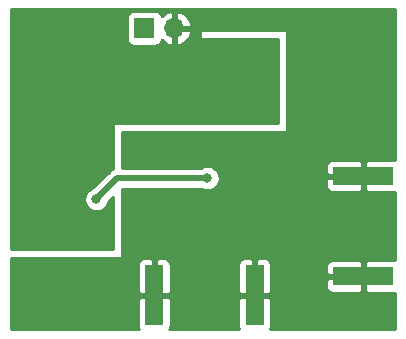
<source format=gbr>
G04 #@! TF.GenerationSoftware,KiCad,Pcbnew,(5.1.4)-1*
G04 #@! TF.CreationDate,2019-09-17T16:36:48-04:00*
G04 #@! TF.ProjectId,amplifier,616d706c-6966-4696-9572-2e6b69636164,rev?*
G04 #@! TF.SameCoordinates,Original*
G04 #@! TF.FileFunction,Copper,L2,Bot*
G04 #@! TF.FilePolarity,Positive*
%FSLAX46Y46*%
G04 Gerber Fmt 4.6, Leading zero omitted, Abs format (unit mm)*
G04 Created by KiCad (PCBNEW (5.1.4)-1) date 2019-09-17 16:36:48*
%MOMM*%
%LPD*%
G04 APERTURE LIST*
%ADD10O,1.700000X1.700000*%
%ADD11R,1.700000X1.700000*%
%ADD12R,1.500000X5.080000*%
%ADD13R,5.080000X1.500000*%
%ADD14C,0.800000*%
%ADD15C,0.500000*%
%ADD16C,0.254000*%
G04 APERTURE END LIST*
D10*
X127000000Y-62230000D03*
D11*
X124460000Y-62230000D03*
D12*
X133790000Y-84836000D03*
X125290000Y-84836000D03*
D13*
X143002000Y-74744000D03*
X143002000Y-83244000D03*
D14*
X117602000Y-65786000D03*
X120396000Y-76708000D03*
X129794000Y-74930000D03*
D15*
X120396000Y-76708000D02*
X122174000Y-74930000D01*
X122174000Y-74930000D02*
X129794000Y-74930000D01*
D16*
G36*
X145644000Y-60738418D02*
G01*
X145644001Y-60738428D01*
X145644001Y-73365974D01*
X145542000Y-73355928D01*
X143287750Y-73359000D01*
X143129000Y-73517750D01*
X143129000Y-74617000D01*
X143149000Y-74617000D01*
X143149000Y-74871000D01*
X143129000Y-74871000D01*
X143129000Y-75970250D01*
X143287750Y-76129000D01*
X145542000Y-76132072D01*
X145644000Y-76122026D01*
X145644000Y-81865974D01*
X145542000Y-81855928D01*
X143287750Y-81859000D01*
X143129000Y-82017750D01*
X143129000Y-83117000D01*
X143149000Y-83117000D01*
X143149000Y-83371000D01*
X143129000Y-83371000D01*
X143129000Y-84470250D01*
X143287750Y-84629000D01*
X145542000Y-84632072D01*
X145644000Y-84622026D01*
X145644000Y-87732000D01*
X135069301Y-87732000D01*
X135070537Y-87730494D01*
X135129502Y-87620180D01*
X135165812Y-87500482D01*
X135178072Y-87376000D01*
X135175000Y-85121750D01*
X135016250Y-84963000D01*
X133917000Y-84963000D01*
X133917000Y-84983000D01*
X133663000Y-84983000D01*
X133663000Y-84963000D01*
X132563750Y-84963000D01*
X132405000Y-85121750D01*
X132401928Y-87376000D01*
X132414188Y-87500482D01*
X132450498Y-87620180D01*
X132509463Y-87730494D01*
X132510699Y-87732000D01*
X126569301Y-87732000D01*
X126570537Y-87730494D01*
X126629502Y-87620180D01*
X126665812Y-87500482D01*
X126678072Y-87376000D01*
X126675000Y-85121750D01*
X126516250Y-84963000D01*
X125417000Y-84963000D01*
X125417000Y-84983000D01*
X125163000Y-84983000D01*
X125163000Y-84963000D01*
X124063750Y-84963000D01*
X123905000Y-85121750D01*
X123901928Y-87376000D01*
X123914188Y-87500482D01*
X123950498Y-87620180D01*
X124009463Y-87730494D01*
X124010699Y-87732000D01*
X113182000Y-87732000D01*
X113182000Y-82296000D01*
X123901928Y-82296000D01*
X123905000Y-84550250D01*
X124063750Y-84709000D01*
X125163000Y-84709000D01*
X125163000Y-81819750D01*
X125417000Y-81819750D01*
X125417000Y-84709000D01*
X126516250Y-84709000D01*
X126675000Y-84550250D01*
X126678072Y-82296000D01*
X132401928Y-82296000D01*
X132405000Y-84550250D01*
X132563750Y-84709000D01*
X133663000Y-84709000D01*
X133663000Y-81819750D01*
X133917000Y-81819750D01*
X133917000Y-84709000D01*
X135016250Y-84709000D01*
X135175000Y-84550250D01*
X135175758Y-83994000D01*
X139823928Y-83994000D01*
X139836188Y-84118482D01*
X139872498Y-84238180D01*
X139931463Y-84348494D01*
X140010815Y-84445185D01*
X140107506Y-84524537D01*
X140217820Y-84583502D01*
X140337518Y-84619812D01*
X140462000Y-84632072D01*
X142716250Y-84629000D01*
X142875000Y-84470250D01*
X142875000Y-83371000D01*
X139985750Y-83371000D01*
X139827000Y-83529750D01*
X139823928Y-83994000D01*
X135175758Y-83994000D01*
X135177802Y-82494000D01*
X139823928Y-82494000D01*
X139827000Y-82958250D01*
X139985750Y-83117000D01*
X142875000Y-83117000D01*
X142875000Y-82017750D01*
X142716250Y-81859000D01*
X140462000Y-81855928D01*
X140337518Y-81868188D01*
X140217820Y-81904498D01*
X140107506Y-81963463D01*
X140010815Y-82042815D01*
X139931463Y-82139506D01*
X139872498Y-82249820D01*
X139836188Y-82369518D01*
X139823928Y-82494000D01*
X135177802Y-82494000D01*
X135178072Y-82296000D01*
X135165812Y-82171518D01*
X135129502Y-82051820D01*
X135070537Y-81941506D01*
X134991185Y-81844815D01*
X134894494Y-81765463D01*
X134784180Y-81706498D01*
X134664482Y-81670188D01*
X134540000Y-81657928D01*
X134075750Y-81661000D01*
X133917000Y-81819750D01*
X133663000Y-81819750D01*
X133504250Y-81661000D01*
X133040000Y-81657928D01*
X132915518Y-81670188D01*
X132795820Y-81706498D01*
X132685506Y-81765463D01*
X132588815Y-81844815D01*
X132509463Y-81941506D01*
X132450498Y-82051820D01*
X132414188Y-82171518D01*
X132401928Y-82296000D01*
X126678072Y-82296000D01*
X126665812Y-82171518D01*
X126629502Y-82051820D01*
X126570537Y-81941506D01*
X126491185Y-81844815D01*
X126394494Y-81765463D01*
X126284180Y-81706498D01*
X126164482Y-81670188D01*
X126040000Y-81657928D01*
X125575750Y-81661000D01*
X125417000Y-81819750D01*
X125163000Y-81819750D01*
X125004250Y-81661000D01*
X124540000Y-81657928D01*
X124415518Y-81670188D01*
X124295820Y-81706498D01*
X124185506Y-81765463D01*
X124088815Y-81844815D01*
X124009463Y-81941506D01*
X123950498Y-82051820D01*
X123914188Y-82171518D01*
X123901928Y-82296000D01*
X113182000Y-82296000D01*
X113182000Y-81661000D01*
X122428000Y-81661000D01*
X122452776Y-81658560D01*
X122476601Y-81651333D01*
X122498557Y-81639597D01*
X122517803Y-81623803D01*
X122533597Y-81604557D01*
X122545333Y-81582601D01*
X122552560Y-81558776D01*
X122555000Y-81534000D01*
X122555000Y-75815000D01*
X129255546Y-75815000D01*
X129303744Y-75847205D01*
X129492102Y-75925226D01*
X129692061Y-75965000D01*
X129895939Y-75965000D01*
X130095898Y-75925226D01*
X130284256Y-75847205D01*
X130453774Y-75733937D01*
X130597937Y-75589774D01*
X130661930Y-75494000D01*
X139823928Y-75494000D01*
X139836188Y-75618482D01*
X139872498Y-75738180D01*
X139931463Y-75848494D01*
X140010815Y-75945185D01*
X140107506Y-76024537D01*
X140217820Y-76083502D01*
X140337518Y-76119812D01*
X140462000Y-76132072D01*
X142716250Y-76129000D01*
X142875000Y-75970250D01*
X142875000Y-74871000D01*
X139985750Y-74871000D01*
X139827000Y-75029750D01*
X139823928Y-75494000D01*
X130661930Y-75494000D01*
X130711205Y-75420256D01*
X130789226Y-75231898D01*
X130829000Y-75031939D01*
X130829000Y-74828061D01*
X130789226Y-74628102D01*
X130711205Y-74439744D01*
X130597937Y-74270226D01*
X130453774Y-74126063D01*
X130284256Y-74012795D01*
X130238882Y-73994000D01*
X139823928Y-73994000D01*
X139827000Y-74458250D01*
X139985750Y-74617000D01*
X142875000Y-74617000D01*
X142875000Y-73517750D01*
X142716250Y-73359000D01*
X140462000Y-73355928D01*
X140337518Y-73368188D01*
X140217820Y-73404498D01*
X140107506Y-73463463D01*
X140010815Y-73542815D01*
X139931463Y-73639506D01*
X139872498Y-73749820D01*
X139836188Y-73869518D01*
X139823928Y-73994000D01*
X130238882Y-73994000D01*
X130095898Y-73934774D01*
X129895939Y-73895000D01*
X129692061Y-73895000D01*
X129492102Y-73934774D01*
X129303744Y-74012795D01*
X129255546Y-74045000D01*
X122555000Y-74045000D01*
X122555000Y-70993000D01*
X136398000Y-70993000D01*
X136422776Y-70990560D01*
X136446601Y-70983333D01*
X136468557Y-70971597D01*
X136487803Y-70955803D01*
X136503597Y-70936557D01*
X136515333Y-70914601D01*
X136522560Y-70890776D01*
X136525000Y-70866000D01*
X136525000Y-62484000D01*
X136522560Y-62459224D01*
X136515333Y-62435399D01*
X136503597Y-62413443D01*
X136487803Y-62394197D01*
X136468557Y-62378403D01*
X136446601Y-62366667D01*
X136422776Y-62359440D01*
X136398000Y-62357000D01*
X129286000Y-62357000D01*
X129261224Y-62359440D01*
X129237399Y-62366667D01*
X129215443Y-62378403D01*
X129196197Y-62394197D01*
X129180403Y-62413443D01*
X129168667Y-62435399D01*
X129161440Y-62459224D01*
X129159000Y-62484000D01*
X129159000Y-62992000D01*
X129161440Y-63016776D01*
X129168667Y-63040601D01*
X129180403Y-63062557D01*
X129196197Y-63081803D01*
X129215443Y-63097597D01*
X129237399Y-63109333D01*
X129261224Y-63116560D01*
X129286000Y-63119000D01*
X135763000Y-63119000D01*
X135763000Y-70231000D01*
X121920000Y-70231000D01*
X121895224Y-70233440D01*
X121871399Y-70240667D01*
X121849443Y-70252403D01*
X121830197Y-70268197D01*
X121814403Y-70287443D01*
X121802667Y-70309399D01*
X121795440Y-70333224D01*
X121793000Y-70358000D01*
X121793000Y-74130158D01*
X121679941Y-74190589D01*
X121578953Y-74273468D01*
X121578951Y-74273470D01*
X121545183Y-74301183D01*
X121517470Y-74334951D01*
X120150957Y-75701465D01*
X120094102Y-75712774D01*
X119905744Y-75790795D01*
X119736226Y-75904063D01*
X119592063Y-76048226D01*
X119478795Y-76217744D01*
X119400774Y-76406102D01*
X119361000Y-76606061D01*
X119361000Y-76809939D01*
X119400774Y-77009898D01*
X119478795Y-77198256D01*
X119592063Y-77367774D01*
X119736226Y-77511937D01*
X119905744Y-77625205D01*
X120094102Y-77703226D01*
X120294061Y-77743000D01*
X120497939Y-77743000D01*
X120697898Y-77703226D01*
X120886256Y-77625205D01*
X121055774Y-77511937D01*
X121199937Y-77367774D01*
X121313205Y-77198256D01*
X121391226Y-77009898D01*
X121402535Y-76953043D01*
X121793000Y-76562578D01*
X121793000Y-80899000D01*
X113182000Y-80899000D01*
X113182000Y-61380000D01*
X122971928Y-61380000D01*
X122971928Y-63080000D01*
X122984188Y-63204482D01*
X123020498Y-63324180D01*
X123079463Y-63434494D01*
X123158815Y-63531185D01*
X123255506Y-63610537D01*
X123365820Y-63669502D01*
X123485518Y-63705812D01*
X123610000Y-63718072D01*
X125310000Y-63718072D01*
X125434482Y-63705812D01*
X125554180Y-63669502D01*
X125664494Y-63610537D01*
X125761185Y-63531185D01*
X125840537Y-63434494D01*
X125899502Y-63324180D01*
X125923966Y-63243534D01*
X125999731Y-63327588D01*
X126233080Y-63501641D01*
X126495901Y-63626825D01*
X126643110Y-63671476D01*
X126873000Y-63550155D01*
X126873000Y-62357000D01*
X127127000Y-62357000D01*
X127127000Y-63550155D01*
X127356890Y-63671476D01*
X127504099Y-63626825D01*
X127766920Y-63501641D01*
X128000269Y-63327588D01*
X128195178Y-63111355D01*
X128344157Y-62861252D01*
X128441481Y-62586891D01*
X128320814Y-62357000D01*
X127127000Y-62357000D01*
X126873000Y-62357000D01*
X126853000Y-62357000D01*
X126853000Y-62103000D01*
X126873000Y-62103000D01*
X126873000Y-60909845D01*
X127127000Y-60909845D01*
X127127000Y-62103000D01*
X128320814Y-62103000D01*
X128441481Y-61873109D01*
X128344157Y-61598748D01*
X128195178Y-61348645D01*
X128000269Y-61132412D01*
X127766920Y-60958359D01*
X127504099Y-60833175D01*
X127356890Y-60788524D01*
X127127000Y-60909845D01*
X126873000Y-60909845D01*
X126643110Y-60788524D01*
X126495901Y-60833175D01*
X126233080Y-60958359D01*
X125999731Y-61132412D01*
X125923966Y-61216466D01*
X125899502Y-61135820D01*
X125840537Y-61025506D01*
X125761185Y-60928815D01*
X125664494Y-60849463D01*
X125554180Y-60790498D01*
X125434482Y-60754188D01*
X125310000Y-60741928D01*
X123610000Y-60741928D01*
X123485518Y-60754188D01*
X123365820Y-60790498D01*
X123255506Y-60849463D01*
X123158815Y-60928815D01*
X123079463Y-61025506D01*
X123020498Y-61135820D01*
X122984188Y-61255518D01*
X122971928Y-61380000D01*
X113182000Y-61380000D01*
X113182000Y-60604000D01*
X145644000Y-60604000D01*
X145644000Y-60738418D01*
X145644000Y-60738418D01*
G37*
X145644000Y-60738418D02*
X145644001Y-60738428D01*
X145644001Y-73365974D01*
X145542000Y-73355928D01*
X143287750Y-73359000D01*
X143129000Y-73517750D01*
X143129000Y-74617000D01*
X143149000Y-74617000D01*
X143149000Y-74871000D01*
X143129000Y-74871000D01*
X143129000Y-75970250D01*
X143287750Y-76129000D01*
X145542000Y-76132072D01*
X145644000Y-76122026D01*
X145644000Y-81865974D01*
X145542000Y-81855928D01*
X143287750Y-81859000D01*
X143129000Y-82017750D01*
X143129000Y-83117000D01*
X143149000Y-83117000D01*
X143149000Y-83371000D01*
X143129000Y-83371000D01*
X143129000Y-84470250D01*
X143287750Y-84629000D01*
X145542000Y-84632072D01*
X145644000Y-84622026D01*
X145644000Y-87732000D01*
X135069301Y-87732000D01*
X135070537Y-87730494D01*
X135129502Y-87620180D01*
X135165812Y-87500482D01*
X135178072Y-87376000D01*
X135175000Y-85121750D01*
X135016250Y-84963000D01*
X133917000Y-84963000D01*
X133917000Y-84983000D01*
X133663000Y-84983000D01*
X133663000Y-84963000D01*
X132563750Y-84963000D01*
X132405000Y-85121750D01*
X132401928Y-87376000D01*
X132414188Y-87500482D01*
X132450498Y-87620180D01*
X132509463Y-87730494D01*
X132510699Y-87732000D01*
X126569301Y-87732000D01*
X126570537Y-87730494D01*
X126629502Y-87620180D01*
X126665812Y-87500482D01*
X126678072Y-87376000D01*
X126675000Y-85121750D01*
X126516250Y-84963000D01*
X125417000Y-84963000D01*
X125417000Y-84983000D01*
X125163000Y-84983000D01*
X125163000Y-84963000D01*
X124063750Y-84963000D01*
X123905000Y-85121750D01*
X123901928Y-87376000D01*
X123914188Y-87500482D01*
X123950498Y-87620180D01*
X124009463Y-87730494D01*
X124010699Y-87732000D01*
X113182000Y-87732000D01*
X113182000Y-82296000D01*
X123901928Y-82296000D01*
X123905000Y-84550250D01*
X124063750Y-84709000D01*
X125163000Y-84709000D01*
X125163000Y-81819750D01*
X125417000Y-81819750D01*
X125417000Y-84709000D01*
X126516250Y-84709000D01*
X126675000Y-84550250D01*
X126678072Y-82296000D01*
X132401928Y-82296000D01*
X132405000Y-84550250D01*
X132563750Y-84709000D01*
X133663000Y-84709000D01*
X133663000Y-81819750D01*
X133917000Y-81819750D01*
X133917000Y-84709000D01*
X135016250Y-84709000D01*
X135175000Y-84550250D01*
X135175758Y-83994000D01*
X139823928Y-83994000D01*
X139836188Y-84118482D01*
X139872498Y-84238180D01*
X139931463Y-84348494D01*
X140010815Y-84445185D01*
X140107506Y-84524537D01*
X140217820Y-84583502D01*
X140337518Y-84619812D01*
X140462000Y-84632072D01*
X142716250Y-84629000D01*
X142875000Y-84470250D01*
X142875000Y-83371000D01*
X139985750Y-83371000D01*
X139827000Y-83529750D01*
X139823928Y-83994000D01*
X135175758Y-83994000D01*
X135177802Y-82494000D01*
X139823928Y-82494000D01*
X139827000Y-82958250D01*
X139985750Y-83117000D01*
X142875000Y-83117000D01*
X142875000Y-82017750D01*
X142716250Y-81859000D01*
X140462000Y-81855928D01*
X140337518Y-81868188D01*
X140217820Y-81904498D01*
X140107506Y-81963463D01*
X140010815Y-82042815D01*
X139931463Y-82139506D01*
X139872498Y-82249820D01*
X139836188Y-82369518D01*
X139823928Y-82494000D01*
X135177802Y-82494000D01*
X135178072Y-82296000D01*
X135165812Y-82171518D01*
X135129502Y-82051820D01*
X135070537Y-81941506D01*
X134991185Y-81844815D01*
X134894494Y-81765463D01*
X134784180Y-81706498D01*
X134664482Y-81670188D01*
X134540000Y-81657928D01*
X134075750Y-81661000D01*
X133917000Y-81819750D01*
X133663000Y-81819750D01*
X133504250Y-81661000D01*
X133040000Y-81657928D01*
X132915518Y-81670188D01*
X132795820Y-81706498D01*
X132685506Y-81765463D01*
X132588815Y-81844815D01*
X132509463Y-81941506D01*
X132450498Y-82051820D01*
X132414188Y-82171518D01*
X132401928Y-82296000D01*
X126678072Y-82296000D01*
X126665812Y-82171518D01*
X126629502Y-82051820D01*
X126570537Y-81941506D01*
X126491185Y-81844815D01*
X126394494Y-81765463D01*
X126284180Y-81706498D01*
X126164482Y-81670188D01*
X126040000Y-81657928D01*
X125575750Y-81661000D01*
X125417000Y-81819750D01*
X125163000Y-81819750D01*
X125004250Y-81661000D01*
X124540000Y-81657928D01*
X124415518Y-81670188D01*
X124295820Y-81706498D01*
X124185506Y-81765463D01*
X124088815Y-81844815D01*
X124009463Y-81941506D01*
X123950498Y-82051820D01*
X123914188Y-82171518D01*
X123901928Y-82296000D01*
X113182000Y-82296000D01*
X113182000Y-81661000D01*
X122428000Y-81661000D01*
X122452776Y-81658560D01*
X122476601Y-81651333D01*
X122498557Y-81639597D01*
X122517803Y-81623803D01*
X122533597Y-81604557D01*
X122545333Y-81582601D01*
X122552560Y-81558776D01*
X122555000Y-81534000D01*
X122555000Y-75815000D01*
X129255546Y-75815000D01*
X129303744Y-75847205D01*
X129492102Y-75925226D01*
X129692061Y-75965000D01*
X129895939Y-75965000D01*
X130095898Y-75925226D01*
X130284256Y-75847205D01*
X130453774Y-75733937D01*
X130597937Y-75589774D01*
X130661930Y-75494000D01*
X139823928Y-75494000D01*
X139836188Y-75618482D01*
X139872498Y-75738180D01*
X139931463Y-75848494D01*
X140010815Y-75945185D01*
X140107506Y-76024537D01*
X140217820Y-76083502D01*
X140337518Y-76119812D01*
X140462000Y-76132072D01*
X142716250Y-76129000D01*
X142875000Y-75970250D01*
X142875000Y-74871000D01*
X139985750Y-74871000D01*
X139827000Y-75029750D01*
X139823928Y-75494000D01*
X130661930Y-75494000D01*
X130711205Y-75420256D01*
X130789226Y-75231898D01*
X130829000Y-75031939D01*
X130829000Y-74828061D01*
X130789226Y-74628102D01*
X130711205Y-74439744D01*
X130597937Y-74270226D01*
X130453774Y-74126063D01*
X130284256Y-74012795D01*
X130238882Y-73994000D01*
X139823928Y-73994000D01*
X139827000Y-74458250D01*
X139985750Y-74617000D01*
X142875000Y-74617000D01*
X142875000Y-73517750D01*
X142716250Y-73359000D01*
X140462000Y-73355928D01*
X140337518Y-73368188D01*
X140217820Y-73404498D01*
X140107506Y-73463463D01*
X140010815Y-73542815D01*
X139931463Y-73639506D01*
X139872498Y-73749820D01*
X139836188Y-73869518D01*
X139823928Y-73994000D01*
X130238882Y-73994000D01*
X130095898Y-73934774D01*
X129895939Y-73895000D01*
X129692061Y-73895000D01*
X129492102Y-73934774D01*
X129303744Y-74012795D01*
X129255546Y-74045000D01*
X122555000Y-74045000D01*
X122555000Y-70993000D01*
X136398000Y-70993000D01*
X136422776Y-70990560D01*
X136446601Y-70983333D01*
X136468557Y-70971597D01*
X136487803Y-70955803D01*
X136503597Y-70936557D01*
X136515333Y-70914601D01*
X136522560Y-70890776D01*
X136525000Y-70866000D01*
X136525000Y-62484000D01*
X136522560Y-62459224D01*
X136515333Y-62435399D01*
X136503597Y-62413443D01*
X136487803Y-62394197D01*
X136468557Y-62378403D01*
X136446601Y-62366667D01*
X136422776Y-62359440D01*
X136398000Y-62357000D01*
X129286000Y-62357000D01*
X129261224Y-62359440D01*
X129237399Y-62366667D01*
X129215443Y-62378403D01*
X129196197Y-62394197D01*
X129180403Y-62413443D01*
X129168667Y-62435399D01*
X129161440Y-62459224D01*
X129159000Y-62484000D01*
X129159000Y-62992000D01*
X129161440Y-63016776D01*
X129168667Y-63040601D01*
X129180403Y-63062557D01*
X129196197Y-63081803D01*
X129215443Y-63097597D01*
X129237399Y-63109333D01*
X129261224Y-63116560D01*
X129286000Y-63119000D01*
X135763000Y-63119000D01*
X135763000Y-70231000D01*
X121920000Y-70231000D01*
X121895224Y-70233440D01*
X121871399Y-70240667D01*
X121849443Y-70252403D01*
X121830197Y-70268197D01*
X121814403Y-70287443D01*
X121802667Y-70309399D01*
X121795440Y-70333224D01*
X121793000Y-70358000D01*
X121793000Y-74130158D01*
X121679941Y-74190589D01*
X121578953Y-74273468D01*
X121578951Y-74273470D01*
X121545183Y-74301183D01*
X121517470Y-74334951D01*
X120150957Y-75701465D01*
X120094102Y-75712774D01*
X119905744Y-75790795D01*
X119736226Y-75904063D01*
X119592063Y-76048226D01*
X119478795Y-76217744D01*
X119400774Y-76406102D01*
X119361000Y-76606061D01*
X119361000Y-76809939D01*
X119400774Y-77009898D01*
X119478795Y-77198256D01*
X119592063Y-77367774D01*
X119736226Y-77511937D01*
X119905744Y-77625205D01*
X120094102Y-77703226D01*
X120294061Y-77743000D01*
X120497939Y-77743000D01*
X120697898Y-77703226D01*
X120886256Y-77625205D01*
X121055774Y-77511937D01*
X121199937Y-77367774D01*
X121313205Y-77198256D01*
X121391226Y-77009898D01*
X121402535Y-76953043D01*
X121793000Y-76562578D01*
X121793000Y-80899000D01*
X113182000Y-80899000D01*
X113182000Y-61380000D01*
X122971928Y-61380000D01*
X122971928Y-63080000D01*
X122984188Y-63204482D01*
X123020498Y-63324180D01*
X123079463Y-63434494D01*
X123158815Y-63531185D01*
X123255506Y-63610537D01*
X123365820Y-63669502D01*
X123485518Y-63705812D01*
X123610000Y-63718072D01*
X125310000Y-63718072D01*
X125434482Y-63705812D01*
X125554180Y-63669502D01*
X125664494Y-63610537D01*
X125761185Y-63531185D01*
X125840537Y-63434494D01*
X125899502Y-63324180D01*
X125923966Y-63243534D01*
X125999731Y-63327588D01*
X126233080Y-63501641D01*
X126495901Y-63626825D01*
X126643110Y-63671476D01*
X126873000Y-63550155D01*
X126873000Y-62357000D01*
X127127000Y-62357000D01*
X127127000Y-63550155D01*
X127356890Y-63671476D01*
X127504099Y-63626825D01*
X127766920Y-63501641D01*
X128000269Y-63327588D01*
X128195178Y-63111355D01*
X128344157Y-62861252D01*
X128441481Y-62586891D01*
X128320814Y-62357000D01*
X127127000Y-62357000D01*
X126873000Y-62357000D01*
X126853000Y-62357000D01*
X126853000Y-62103000D01*
X126873000Y-62103000D01*
X126873000Y-60909845D01*
X127127000Y-60909845D01*
X127127000Y-62103000D01*
X128320814Y-62103000D01*
X128441481Y-61873109D01*
X128344157Y-61598748D01*
X128195178Y-61348645D01*
X128000269Y-61132412D01*
X127766920Y-60958359D01*
X127504099Y-60833175D01*
X127356890Y-60788524D01*
X127127000Y-60909845D01*
X126873000Y-60909845D01*
X126643110Y-60788524D01*
X126495901Y-60833175D01*
X126233080Y-60958359D01*
X125999731Y-61132412D01*
X125923966Y-61216466D01*
X125899502Y-61135820D01*
X125840537Y-61025506D01*
X125761185Y-60928815D01*
X125664494Y-60849463D01*
X125554180Y-60790498D01*
X125434482Y-60754188D01*
X125310000Y-60741928D01*
X123610000Y-60741928D01*
X123485518Y-60754188D01*
X123365820Y-60790498D01*
X123255506Y-60849463D01*
X123158815Y-60928815D01*
X123079463Y-61025506D01*
X123020498Y-61135820D01*
X122984188Y-61255518D01*
X122971928Y-61380000D01*
X113182000Y-61380000D01*
X113182000Y-60604000D01*
X145644000Y-60604000D01*
X145644000Y-60738418D01*
M02*

</source>
